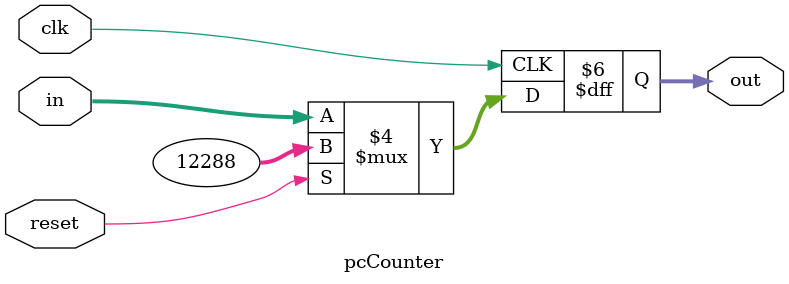
<source format=v>
module pcCounter(
//input clk, HazardUnitControl ;
input clk,
input reset,
input [31:0] in,
 output reg [31:0] out
);

reg [31:0] holdState;

always @(posedge clk)
if (reset == 1)
  begin        
    out[31:0] = 32'h00003000;
end 

else begin 
out = in; 
end
endmodule

/*


begin 
holdState = jumpMuxToPC;
//instr = holdState; 
//end

//always @(clk)
//begin 
instr = holdState;
end

endmodule
*/

</source>
